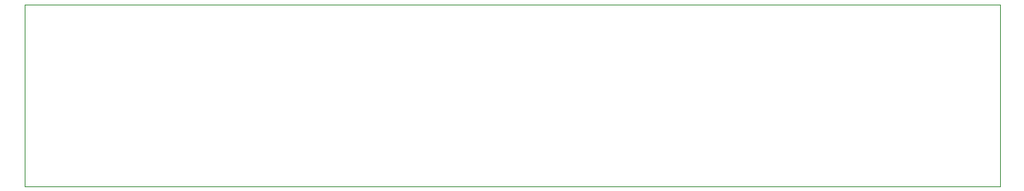
<source format=gbr>
%TF.GenerationSoftware,KiCad,Pcbnew,8.0.5*%
%TF.CreationDate,2024-11-18T15:17:10-05:00*%
%TF.ProjectId,RadioMusic_F rev2-2,52616469-6f4d-4757-9369-635f46207265,rev?*%
%TF.SameCoordinates,Original*%
%TF.FileFunction,Profile,NP*%
%FSLAX46Y46*%
G04 Gerber Fmt 4.6, Leading zero omitted, Abs format (unit mm)*
G04 Created by KiCad (PCBNEW 8.0.5) date 2024-11-18 15:17:10*
%MOMM*%
%LPD*%
G01*
G04 APERTURE LIST*
%TA.AperFunction,Profile*%
%ADD10C,0.025400*%
%TD*%
G04 APERTURE END LIST*
D10*
X95001100Y-95003600D02*
X95001100Y-115003600D01*
X202001100Y-115003600D02*
X202001100Y-95003600D01*
X95001100Y-115003600D02*
X202001100Y-115003600D01*
X202001100Y-95003600D02*
X95001100Y-95003600D01*
M02*

</source>
